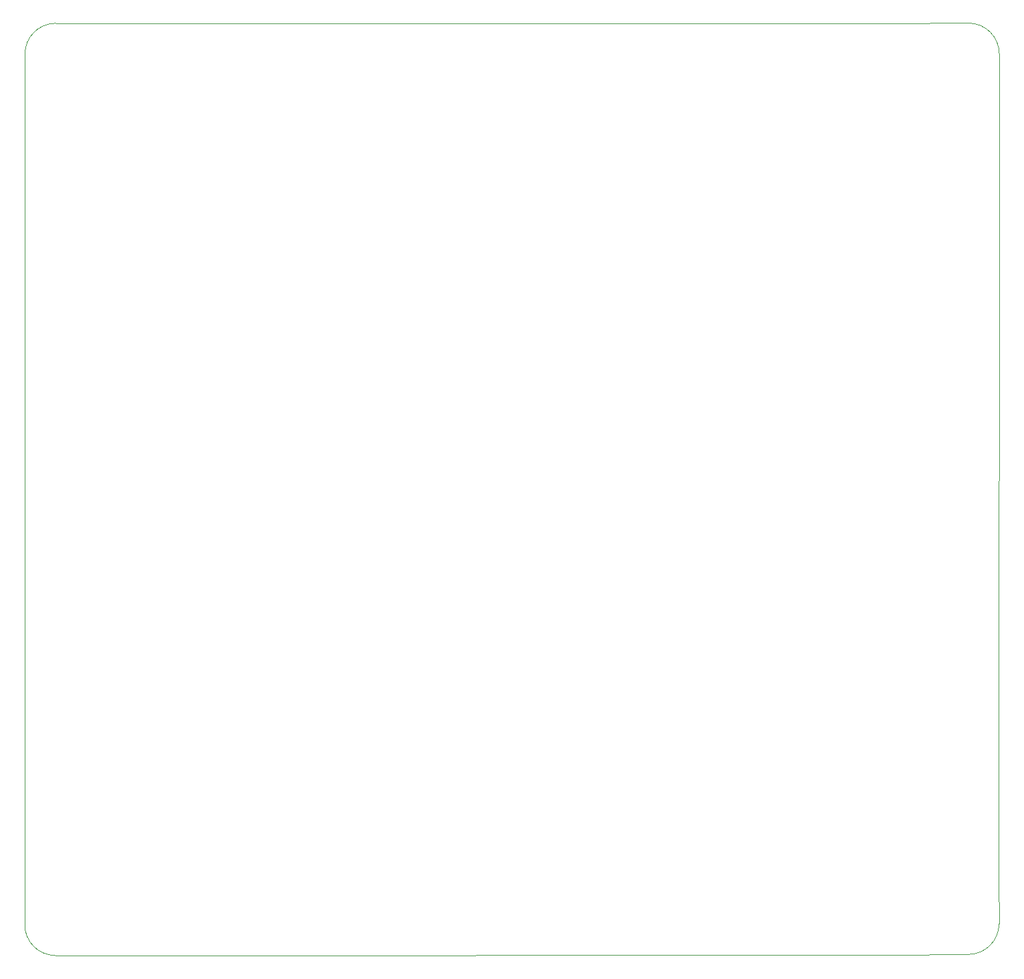
<source format=gbr>
%TF.GenerationSoftware,KiCad,Pcbnew,8.0.9-8.0.9-0~ubuntu24.04.1*%
%TF.CreationDate,2025-06-09T21:45:27+03:00*%
%TF.ProjectId,BLDC Motor Driver,424c4443-204d-46f7-946f-722044726976,rev?*%
%TF.SameCoordinates,Original*%
%TF.FileFunction,Profile,NP*%
%FSLAX46Y46*%
G04 Gerber Fmt 4.6, Leading zero omitted, Abs format (unit mm)*
G04 Created by KiCad (PCBNEW 8.0.9-8.0.9-0~ubuntu24.04.1) date 2025-06-09 21:45:27*
%MOMM*%
%LPD*%
G01*
G04 APERTURE LIST*
%TA.AperFunction,Profile*%
%ADD10C,0.050000*%
%TD*%
G04 APERTURE END LIST*
D10*
X229900000Y-155900000D02*
G75*
G02*
X225900000Y-159900000I-4000100J100D01*
G01*
X215735489Y-159960536D02*
X225900000Y-159900000D01*
X229900000Y-155900000D02*
X229875000Y-150225000D01*
X229910489Y-47085536D02*
X229927989Y-42763037D01*
X103285489Y-42788037D02*
G75*
G02*
X107285489Y-38788039I4000001J-3D01*
G01*
X215763478Y-38823573D02*
X107285489Y-38788037D01*
X103239511Y-150364464D02*
X103264511Y-156039464D01*
X225927989Y-38763037D02*
G75*
G02*
X229927963Y-42763037I11J-3999963D01*
G01*
X103239511Y-150364464D02*
X103275000Y-47125000D01*
X107264511Y-160039464D02*
G75*
G02*
X103264536Y-156039464I-11J3999964D01*
G01*
X107264511Y-160039464D02*
X215735489Y-159960536D01*
X103285489Y-42788037D02*
X103275000Y-47125000D01*
X229875000Y-150225000D02*
X229910489Y-47085536D01*
X225927989Y-38763037D02*
X215763478Y-38823573D01*
M02*

</source>
